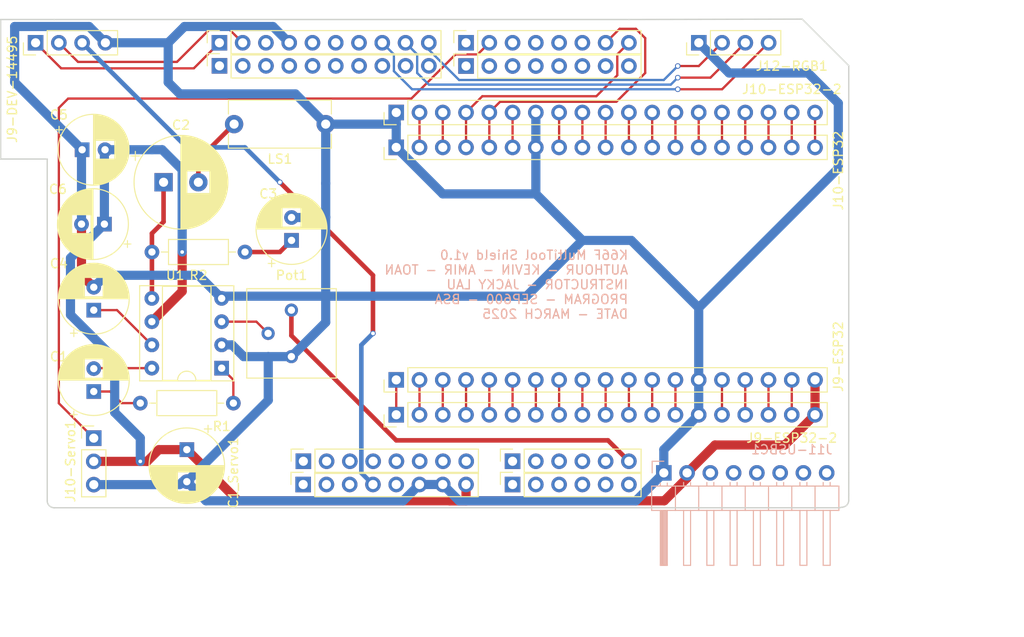
<source format=kicad_pcb>
(kicad_pcb (version 20240108) (generator "pcbnew") (generator_version "8.0")
  (title_block (date "mar. 31 mars 2015"))
  (layers (0 "F.Cu" signal) (31 "B.Cu" signal) (34 "B.Paste" user) (35 "F.Paste" user) (36 "B.SilkS" user "B.Silkscreen") (37 "F.SilkS" user "F.Silkscreen") (38 "B.Mask" user) (39 "F.Mask" user) (44 "Edge.Cuts" user))
  (net 0 "")
  (net 1 "GND")
  (net 3 "+5V")
  (net 4 "/IOREF")
  (net 5 "/A0")
  (net 6 "/A1")
  (net 7 "/A2")
  (net 8 "/A3")
  (net 9 "scl_p")
  (net 10 "sda_p")
  (net 11 "/13")
  (net 12 "/12")
  (net 13 "/AREF")
  (net 14 "/7")
  (net 15 "/*11")
  (net 16 "/4")
  (net 17 "/2")
  (net 18 "PTC2")
  (net 19 "/*5")
  (net 20 "UA1")
  (net 21 "/*3")
  (net 22 "UA0")
  (net 23 "+3V3")
  (net 24 "VCC")
  (net 25 "/~{RESET}")
  (net 56 "Net-(C1-Pad1)")
  (net 57 "Net-(C1-Pad2)")
  (net 58 "Net-(C2-Pad2)")
  (net 59 "Net-(C2-Pad1)")
  (net 60 "Net-(C3-Pad1)")
  (net 61 "Net-(U1-BYPASS)")
  (net 62 "Audio1")
  (net 63 "Net-(U1-+)")
  (net 64 "Net-(R1-Pad2)")
  (net 71 "Net-(J9-ESP32-2-Pin_13)")
  (net 72 "Net-(J9-ESP32-2-Pin_10)")
  (net 73 "Net-(J9-ESP32-2-Pin_2)")
  (net 74 "Net-(J9-ESP32-2-Pin_15)")
  (net 75 "Net-(J9-ESP32-2-Pin_9)")
  (net 76 "Net-(J9-ESP32-2-Pin_6)")
  (net 77 "Net-(J9-ESP32-2-Pin_1)")
  (net 78 "Net-(J9-ESP32-2-Pin_18)")
  (net 79 "Net-(J9-ESP32-2-Pin_16)")
  (net 80 "Net-(J9-ESP32-2-Pin_3)")
  (net 81 "Net-(J9-ESP32-2-Pin_12)")
  (net 82 "Net-(J9-ESP32-2-Pin_7)")
  (net 83 "Net-(J9-ESP32-2-Pin_11)")
  (net 84 "Net-(J9-ESP32-2-Pin_5)")
  (net 85 "Net-(J9-ESP32-2-Pin_8)")
  (net 86 "Net-(J9-ESP32-2-Pin_4)")
  (net 87 "Net-(J9-ESP32-2-Pin_17)")
  (net 88 "Net-(J10-ESP32-2-Pin_3)")
  (net 89 "Net-(J10-ESP32-2-Pin_19)")
  (net 90 "Net-(J10-ESP32-2-Pin_14)")
  (net 91 "Net-(J10-ESP32-2-Pin_8)")
  (net 92 "Net-(J10-ESP32-2-Pin_12)")
  (net 93 "Net-(J10-ESP32-2-Pin_13)")
  (net 94 "Net-(J10-ESP32-2-Pin_15)")
  (net 95 "Net-(J10-ESP32-2-Pin_11)")
  (net 96 "Net-(J10-ESP32-2-Pin_17)")
  (net 97 "Net-(J10-ESP32-2-Pin_10)")
  (net 98 "Net-(J10-ESP32-2-Pin_6)")
  (net 99 "Net-(J10-ESP32-2-Pin_2)")
  (net 100 "Net-(J10-ESP32-2-Pin_18)")
  (net 101 "Net-(J10-ESP32-2-Pin_9)")
  (net 102 "Net-(J10-ESP32-2-Pin_16)")
  (net 103 "blue")
  (net 104 "red")
  (net 105 "green")
  (footprint "Connector_PinSocket_2.54mm:PinSocket_1x08_P2.54mm_Vertical" (layer "F.Cu") (at 127.94 97.46 90)
    (property "Reference" "J1" (hide yes))
    (property "Value" "Power")
    (pad "1" thru_hole rect (at 0 0 90) (size 1.7 1.7) (drill 1) (layers "*.Cu" "*.Mask"))
    (pad "2" thru_hole oval (at 0 2.54 90) (size 1.7 1.7) (drill 1) (layers "*.Cu" "*.Mask") (net 4 "/IOREF"))
    (pad "3" thru_hole oval (at 0 5.08 90) (size 1.7 1.7) (drill 1) (layers "*.Cu" "*.Mask") (net 25 "/~{RESET}"))
    (pad "4" thru_hole oval (at 0 7.62 90) (size 1.7 1.7) (drill 1) (layers "*.Cu" "*.Mask") (net 23 "+3V3"))
    (pad "5" thru_hole oval (at 0 10.16 90) (size 1.7 1.7) (drill 1) (layers "*.Cu" "*.Mask") (net 3 "+5V"))
    (pad "6" thru_hole oval (at 0 12.7 90) (size 1.7 1.7) (drill 1) (layers "*.Cu" "*.Mask") (net 1 "GND"))
    (pad "7" thru_hole oval (at 0 15.24 90) (size 1.7 1.7) (drill 1) (layers "*.Cu" "*.Mask") (net 1 "GND"))
    (pad "8" thru_hole oval (at 0 17.78 90) (size 1.7 1.7) (drill 1) (layers "*.Cu" "*.Mask") (net 24 "VCC"))
  )
  (footprint "Connector_PinSocket_2.54mm:PinSocket_1x06_P2.54mm_Vertical" (layer "F.Cu") (at 150.8 97.46 90)
    (property "Reference" "J3" (hide yes))
    (property "Value" "Analog")
    (pad "1" thru_hole rect (at 0 0 90) (size 1.7 1.7) (drill 1) (layers "*.Cu" "*.Mask") (net 5 "/A0"))
    (pad "2" thru_hole oval (at 0 2.54 90) (size 1.7 1.7) (drill 1) (layers "*.Cu" "*.Mask") (net 6 "/A1"))
    (pad "3" thru_hole oval (at 0 5.08 90) (size 1.7 1.7) (drill 1) (layers "*.Cu" "*.Mask") (net 7 "/A2"))
    (pad "4" thru_hole oval (at 0 7.62 90) (size 1.7 1.7) (drill 1) (layers "*.Cu" "*.Mask") (net 8 "/A3"))
    (pad "5" thru_hole oval (at 0 10.16 90) (size 1.7 1.7) (drill 1) (layers "*.Cu" "*.Mask"))
    (pad "6" thru_hole oval (at 0 12.7 90) (size 1.7 1.7) (drill 1) (layers "*.Cu" "*.Mask"))
  )
  (footprint "Connector_PinSocket_2.54mm:PinSocket_1x10_P2.54mm_Vertical" (layer "F.Cu") (at 118.796 49.2 90)
    (property "Reference" "J2" (hide yes))
    (property "Value" "Digital/PWM")
    (pad "1" thru_hole rect (at 0 0 90) (size 1.7 1.7) (drill 1) (layers "*.Cu" "*.Mask") (net 9 "scl_p"))
    (pad "2" thru_hole oval (at 0 2.54 90) (size 1.7 1.7) (drill 1) (layers "*.Cu" "*.Mask") (net 10 "sda_p"))
    (pad "3" thru_hole oval (at 0 5.08 90) (size 1.7 1.7) (drill 1) (layers "*.Cu" "*.Mask") (net 13 "/AREF"))
    (pad "4" thru_hole oval (at 0 7.62 90) (size 1.7 1.7) (drill 1) (layers "*.Cu" "*.Mask") (net 1 "GND"))
    (pad "5" thru_hole oval (at 0 10.16 90) (size 1.7 1.7) (drill 1) (layers "*.Cu" "*.Mask") (net 11 "/13"))
    (pad "6" thru_hole oval (at 0 12.7 90) (size 1.7 1.7) (drill 1) (layers "*.Cu" "*.Mask") (net 12 "/12"))
    (pad "7" thru_hole oval (at 0 15.24 90) (size 1.7 1.7) (drill 1) (layers "*.Cu" "*.Mask") (net 15 "/*11"))
    (pad "8" thru_hole oval (at 0 17.78 90) (size 1.7 1.7) (drill 1) (layers "*.Cu" "*.Mask") (net 103 "blue"))
    (pad "9" thru_hole oval (at 0 20.32 90) (size 1.7 1.7) (drill 1) (layers "*.Cu" "*.Mask") (net 105 "green"))
    (pad "10" thru_hole oval (at 0 22.86 90) (size 1.7 1.7) (drill 1) (layers "*.Cu" "*.Mask") (net 104 "red"))
  )
  (footprint "Connector_PinSocket_2.54mm:PinSocket_1x08_P2.54mm_Vertical" (layer "F.Cu") (at 145.72 49.2 90)
    (property "Reference" "J4" (hide yes))
    (property "Value" "Digital/PWM")
    (pad "1" thru_hole rect (at 0 0 90) (size 1.7 1.7) (drill 1) (layers "*.Cu" "*.Mask") (net 14 "/7"))
    (pad "2" thru_hole oval (at 0 2.54 90) (size 1.7 1.7) (drill 1) (layers "*.Cu" "*.Mask") (net 18 "PTC2"))
    (pad "3" thru_hole oval (at 0 5.08 90) (size 1.7 1.7) (drill 1) (layers "*.Cu" "*.Mask") (net 19 "/*5"))
    (pad "4" thru_hole oval (at 0 7.62 90) (size 1.7 1.7) (drill 1) (layers "*.Cu" "*.Mask") (net 16 "/4"))
    (pad "5" thru_hole oval (at 0 10.16 90) (size 1.7 1.7) (drill 1) (layers "*.Cu" "*.Mask") (net 21 "/*3"))
    (pad "6" thru_hole oval (at 0 12.7 90) (size 1.7 1.7) (drill 1) (layers "*.Cu" "*.Mask") (net 17 "/2"))
    (pad "7" thru_hole oval (at 0 15.24 90) (size 1.7 1.7) (drill 1) (layers "*.Cu" "*.Mask") (net 20 "UA1"))
    (pad "8" thru_hole oval (at 0 17.78 90) (size 1.7 1.7) (drill 1) (layers "*.Cu" "*.Mask") (net 22 "UA0"))
  )
  (footprint "Potentiometer_THT:Potentiometer_Bourns_3386P_Vertical" (layer "F.Cu") (at 126.655 78.41 180)
    (property "Reference" "Pot1" (at -0.015 3.81 0) (layer "F.SilkS"))
    (property "Value" "10k" (hide yes))
    (pad "1" thru_hole circle (at 0 0 180) (size 1.44 1.44) (drill 0.8) (layers "*.Cu" "*.Mask") (net 62 "Audio1"))
    (pad "2" thru_hole circle (at 2.54 -2.54 180) (size 1.44 1.44) (drill 0.8) (layers "*.Cu" "*.Mask") (net 63 "Net-(U1-+)"))
    (pad "3" thru_hole circle (at 0 -5.08 180) (size 1.44 1.44) (drill 0.8) (layers "*.Cu" "*.Mask") (net 1 "GND"))
  )
  (footprint "Connector_PinHeader_2.54mm:PinHeader_1x19_P2.54mm_Vertical" (layer "F.Cu") (at 138.1 86.03 90)
    (property "Reference" "J9-ESP32" (at 2.54 48.26 90) (layer "F.SilkS"))
    (property "Value" "Conn_01x19" (hide yes))
    (pad "1" thru_hole rect (at 0 0 90) (size 1.7 1.7) (drill 1) (layers "*.Cu" "*.Mask") (net 77 "Net-(J9-ESP32-2-Pin_1)"))
    (pad "2" thru_hole oval (at 0 2.54 90) (size 1.7 1.7) (drill 1) (layers "*.Cu" "*.Mask") (net 73 "Net-(J9-ESP32-2-Pin_2)"))
    (pad "3" thru_hole oval (at 0 5.08 90) (size 1.7 1.7) (drill 1) (layers "*.Cu" "*.Mask") (net 80 "Net-(J9-ESP32-2-Pin_3)"))
    (pad "4" thru_hole oval (at 0 7.62 90) (size 1.7 1.7) (drill 1) (layers "*.Cu" "*.Mask") (net 86 "Net-(J9-ESP32-2-Pin_4)"))
    (pad "5" thru_hole oval (at 0 10.16 90) (size 1.7 1.7) (drill 1) (layers "*.Cu" "*.Mask") (net 84 "Net-(J9-ESP32-2-Pin_5)"))
    (pad "6" thru_hole oval (at 0 12.7 90) (size 1.7 1.7) (drill 1) (layers "*.Cu" "*.Mask") (net 76 "Net-(J9-ESP32-2-Pin_6)"))
    (pad "7" thru_hole oval (at 0 15.24 90) (size 1.7 1.7) (drill 1) (layers "*.Cu" "*.Mask") (net 82 "Net-(J9-ESP32-2-Pin_7)"))
    (pad "8" thru_hole oval (at 0 17.78 90) (size 1.7 1.7) (drill 1) (layers "*.Cu" "*.Mask") (net 85 "Net-(J9-ESP32-2-Pin_8)"))
    (pad "9" thru_hole oval (at 0 20.32 90) (size 1.7 1.7) (drill 1) (layers "*.Cu" "*.Mask") (net 75 "Net-(J9-ESP32-2-Pin_9)"))
    (pad "10" thru_hole oval (at 0 22.86 90) (size 1.7 1.7) (drill 1) (layers "*.Cu" "*.Mask") (net 72 "Net-(J9-ESP32-2-Pin_10)"))
    (pad "11" thru_hole oval (at 0 25.4 90) (size 1.7 1.7) (drill 1) (layers "*.Cu" "*.Mask") (net 83 "Net-(J9-ESP32-2-Pin_11)"))
    (pad "12" thru_hole oval (at 0 27.94 90) (size 1.7 1.7) (drill 1) (layers "*.Cu" "*.Mask") (net 81 "Net-(J9-ESP32-2-Pin_12)"))
    (pad "13" thru_hole oval (at 0 30.48 90) (size 1.7 1.7) (drill 1) (layers "*.Cu" "*.Mask") (net 71 "Net-(J9-ESP32-2-Pin_13)"))
    (pad "14" thru_hole oval (at 0 33.02 90) (size 1.7 1.7) (drill 1) (layers "*.Cu" "*.Mask") (net 1 "GND"))
    (pad "15" thru_hole oval (at 0 35.56 90) (size 1.7 1.7) (drill 1) (layers "*.Cu" "*.Mask") (net 74 "Net-(J9-ESP32-2-Pin_15)"))
    (pad "16" thru_hole oval (at 0 38.1 90) (size 1.7 1.7) (drill 1) (layers "*.Cu" "*.Mask") (net 79 "Net-(J9-ESP32-2-Pin_16)"))
    (pad "17" thru_hole oval (at 0 40.64 90) (size 1.7 1.7) (drill 1) (layers "*.Cu" "*.Mask") (net 87 "Net-(J9-ESP32-2-Pin_17)"))
    (pad "18" thru_hole oval (at 0 43.18 90) (size 1.7 1.7) (drill 1) (layers "*.Cu" "*.Mask") (net 78 "Net-(J9-ESP32-2-Pin_18)"))
    (pad "19" thru_hole oval (at 0 45.72 90) (size 1.7 1.7) (drill 1) (layers "*.Cu" "*.Mask") (net 24 "VCC"))
  )
  (footprint "Capacitor_THT:CP_Radial_D7.5mm_P2.50mm" (layer "F.Cu") (at 103.81 60.884)
    (property "Reference" "C5" (at -2.54 -3.81 0) (layer "F.SilkS"))
    (property "Value" "0.1uF")
    (pad "1" thru_hole rect (at 0 0) (size 1.6 1.6) (drill 0.8) (layers "*.Cu" "*.Mask") (net 1 "GND"))
    (pad "2" thru_hole circle (at 2.5 0) (size 1.6 1.6) (drill 0.8) (layers "*.Cu" "*.Mask") (net 24 "VCC"))
  )
  (footprint "Connector_PinHeader_2.54mm:PinHeader_1x19_P2.54mm_Vertical" (layer "F.Cu") (at 138.1 56.82 90)
    (property "Reference" "J10-ESP32-2" (at 2.54 43.18 180) (layer "F.SilkS"))
    (property "Value" "Conn_01x19")
    (pad "1" thru_hole rect (at 0 0 90) (size 1.7 1.7) (drill 1) (layers "*.Cu" "*.Mask") (net 1 "GND"))
    (pad "2" thru_hole oval (at 0 2.54 90) (size 1.7 1.7) (drill 1) (layers "*.Cu" "*.Mask") (net 99 "Net-(J10-ESP32-2-Pin_2)"))
    (pad "3" thru_hole oval (at 0 5.08 90) (size 1.7 1.7) (drill 1) (layers "*.Cu" "*.Mask") (net 88 "Net-(J10-ESP32-2-Pin_3)"))
    (pad "4" thru_hole oval (at 0 7.62 90) (size 1.7 1.7) (drill 1) (layers "*.Cu" "*.Mask") (net 22 "UA0"))
    (pad "5" thru_hole oval (at 0 10.16 90) (size 1.7 1.7) (drill 1) (layers "*.Cu" "*.Mask") (net 20 "UA1"))
    (pad "6" thru_hole oval (at 0 12.7 90) (size 1.7 1.7) (drill 1) (layers "*.Cu" "*.Mask") (net 98 "Net-(J10-ESP32-2-Pin_6)"))
    (pad "7" thru_hole oval (at 0 15.24 90) (size 1.7 1.7) (drill 1) (layers "*.Cu" "*.Mask") (net 1 "GND"))
    (pad "8" thru_hole oval (at 0 17.78 90) (size 1.7 1.7) (drill 1) (layers "*.Cu" "*.Mask") (net 91 "Net-(J10-ESP32-2-Pin_8)"))
    (pad "9" thru_hole oval (at 0 20.32 90) (size 1.7 1.7) (drill 1) (layers "*.Cu" "*.Mask") (net 101 "Net-(J10-ESP32-2-Pin_9)"))
    (pad "10" thru_hole oval (at 0 22.86 90) (size 1.7 1.7) (drill 1) (layers "*.Cu" "*.Mask") (net 97 "Net-(J10-ESP32-2-Pin_10)"))
    (pad "11" thru_hole oval (at 0 25.4 90) (size 1.7 1.7) (drill 1) (layers "*.Cu" "*.Mask") (net 95 "Net-(J10-ESP32-2-Pin_11)"))
    (pad "12" thru_hole oval (at 0 27.94 90) (size 1.7 1.7) (drill 1) (layers "*.Cu" "*.Mask") (net 92 "Net-(J10-ESP32-2-Pin_12)"))
    (pad "13" thru_hole oval (at 0 30.48 90) (size 1.7 1.7) (drill 1) (layers "*.Cu" "*.Mask") (net 93 "Net-(J10-ESP32-2-Pin_13)"))
    (pad "14" thru_hole oval (at 0 33.02 90) (size 1.7 1.7) (drill 1) (layers "*.Cu" "*.Mask") (net 90 "Net-(J10-ESP32-2-Pin_14)"))
    (pad "15" thru_hole oval (at 0 35.56 90) (size 1.7 1.7) (drill 1) (layers "*.Cu" "*.Mask") (net 94 "Net-(J10-ESP32-2-Pin_15)"))
    (pad "16" thru_hole oval (at 0 38.1 90) (size 1.7 1.7) (drill 1) (layers "*.Cu" "*.Mask") (net 102 "Net-(J10-ESP32-2-Pin_16)"))
    (pad "17" thru_hole oval (at 0 40.64 90) (size 1.7 1.7) (drill 1) (layers "*.Cu" "*.Mask") (net 96 "Net-(J10-ESP32-2-Pin_17)"))
    (pad "18" thru_hole oval (at 0 43.18 90) (size 1.7 1.7) (drill 1) (layers "*.Cu" "*.Mask") (net 100 "Net-(J10-ESP32-2-Pin_18)"))
    (pad "19" thru_hole oval (at 0 45.72 90) (size 1.7 1.7) (drill 1) (layers "*.Cu" "*.Mask") (net 89 "Net-(J10-ESP32-2-Pin_19)"))
  )
  (footprint "Capacitor_THT:CP_Radial_D7.5mm_P2.50mm" (layer "F.Cu") (at 126.67 70.79 90)
    (property "Reference" "C3" (at 5.08 -2.54 180) (layer "F.SilkS"))
    (property "Value" "0.05uF")
    (pad "1" thru_hole rect (at 0 0 90) (size 1.6 1.6) (drill 0.8) (layers "*.Cu" "*.Mask") (net 60 "Net-(C3-Pad1)"))
    (pad "2" thru_hole circle (at 2.5 0 90) (size 1.6 1.6) (drill 0.8) (layers "*.Cu" "*.Mask") (net 1 "GND"))
  )
  (footprint "Connector_PinHeader_2.54mm:PinHeader_1x03_P2.54mm_Vertical" (layer "F.Cu") (at 105.08 92.395)
    (property "Reference" "J10-Servo1" (at -2.54 2.525 90) (layer "F.SilkS"))
    (property "Value" "Conn_01x03" (hide yes))
    (pad "1" thru_hole rect (at 0 0) (size 1.7 1.7) (drill 1) (layers "*.Cu" "*.Mask") (net 18 "PTC2"))
    (pad "2" thru_hole oval (at 0 2.54) (size 1.7 1.7) (drill 1) (layers "*.Cu" "*.Mask") (net 24 "VCC"))
    (pad "3" thru_hole oval (at 0 5.08) (size 1.7 1.7) (drill 1) (layers "*.Cu" "*.Mask") (net 1 "GND"))
  )
  (footprint "Connector_PinHeader_2.54mm:PinHeader_1x04_P2.54mm_Vertical" (layer "F.Cu") (at 98.73 49.2 90)
    (property "Reference" "J9-DEV-14495" (at -5.08 -2.54 90) (layer "F.SilkS"))
    (property "Value" "Conn_01x04" (hide yes))
    (pad "1" thru_hole rect (at 0 0 90) (size 1.7 1.7) (drill 1) (layers "*.Cu" "*.Mask") (net 9 "scl_p"))
    (pad "2" thru_hole oval (at 0 2.54 90) (size 1.7 1.7) (drill 1) (layers "*.Cu" "*.Mask") (net 10 "sda_p"))
    (pad "3" thru_hole oval (at 0 5.08 90) (size 1.7 1.7) (drill 1) (layers "*.Cu" "*.Mask") (net 23 "+3V3"))
    (pad "4" thru_hole oval (at 0 7.62 90) (size 1.7 1.7) (drill 1) (layers "*.Cu" "*.Mask") (net 1 "GND"))
  )
  (footprint "Connector_PinHeader_2.54mm:PinHeader_1x19_P2.54mm_Vertical" (layer "F.Cu") (at 138.1 60.63 90)
    (property "Reference" "J10-ESP32" (at -2.54 48.26 90) (layer "F.SilkS"))
    (property "Value" "Conn_01x19" (hide yes))
    (pad "1" thru_hole rect (at 0 0 90) (size 1.7 1.7) (drill 1) (layers "*.Cu" "*.Mask") (net 1 "GND"))
    (pad "2" thru_hole oval (at 0 2.54 90) (size 1.7 1.7) (drill 1) (layers "*.Cu" "*.Mask") (net 99 "Net-(J10-ESP32-2-Pin_2)"))
    (pad "3" thru_hole oval (at 0 5.08 90) (size 1.7 1.7) (drill 1) (layers "*.Cu" "*.Mask") (net 88 "Net-(J10-ESP32-2-Pin_3)"))
    (pad "4" thru_hole oval (at 0 7.62 90) (size 1.7 1.7) (drill 1) (layers "*.Cu" "*.Mask") (net 22 "UA0"))
    (pad "5" thru_hole oval (at 0 10.16 90) (size 1.7 1.7) (drill 1) (layers "*.Cu" "*.Mask") (net 20 "UA1"))
    (pad "6" thru_hole oval (at 0 12.7 90) (size 1.7 1.7) (drill 1) (layers "*.Cu" "*.Mask") (net 98 "Net-(J10-ESP32-2-Pin_6)"))
    (pad "7" thru_hole oval (at 0 15.24 90) (size 1.7 1.7) (drill 1) (layers "*.Cu" "*.Mask") (net 1 "GND"))
    (pad "8" thru_hole oval (at 0 17.78 90) (size 1.7 1.7) (drill 1) (layers "*.Cu" "*.Mask") (net 91 "Net-(J10-ESP32-2-Pin_8)"))
    (pad "9" thru_hole oval (at 0 20.32 90) (size 1.7 1.7) (drill 1) (layers "*.Cu" "*.Mask") (net 101 "Net-(J10-ESP32-2-Pin_9)"))
    (pad "10" thru_hole oval (at 0 22.86 90) (size 1.7 1.7) (drill 1) (layers "*.Cu" "*.Mask") (net 97 "Net-(J10-ESP32-2-Pin_10)"))
    (pad "11" thru_hole oval (at 0 25.4 90) (size 1.7 1.7) (drill 1) (layers "*.Cu" "*.Mask") (net 95 "Net-(J10-ESP32-2-Pin_11)"))
    (pad "12" thru_hole oval (at 0 27.94 90) (size 1.7 1.7) (drill 1) (layers "*.Cu" "*.Mask") (net 92 "Net-(J10-ESP32-2-Pin_12)"))
    (pad "13" thru_hole oval (at 0 30.48 90) (size 1.7 1.7) (drill 1) (layers "*.Cu" "*.Mask") (net 93 "Net-(J10-ESP32-2-Pin_13)"))
    (pad "14" thru_hole oval (at 0 33.02 90) (size 1.7 1.7) (drill 1) (layers "*.Cu" "*.Mask") (net 90 "Net-(J10-ESP32-2-Pin_14)"))
    (pad "15" thru_hole oval (at 0 35.56 90) (size 1.7 1.7) (drill 1) (layers "*.Cu" "*.Mask") (net 94 "Net-(J10-ESP32-2-Pin_15)"))
    (pad "16" thru_hole oval (at 0 38.1 90) (size 1.7 1.7) (drill 1) (layers "*.Cu" "*.Mask") (net 102 "Net-(J10-ESP32-2-Pin_16)"))
    (pad "17" thru_hole oval (at 0 40.64 90) (size 1.7 1.7) (drill 1) (layers "*.Cu" "*.Mask") (net 96 "Net-(J10-ESP32-2-Pin_17)"))
    (pad "18" thru_hole oval (at 0 43.18 90) (size 1.7 1.7) (drill 1) (layers "*.Cu" "*.Mask") (net 100 "Net-(J10-ESP32-2-Pin_18)"))
    (pad "19" thru_hole oval (at 0 45.72 90) (size 1.7 1.7) (drill 1) (layers "*.Cu" "*.Mask") (net 89 "Net-(J10-ESP32-2-Pin_19)"))
  )
  (footprint "Capacitor_THT:CP_Radial_D7.5mm_P2.50mm" (layer "F.Cu") (at 106.241395 69.012 180)
    (property "Reference" "C6" (at 5.08 3.81 0) (layer "F.SilkS"))
    (property "Value" "100uF")
    (pad "1" thru_hole rect (at 0 0 180) (size 1.6 1.6) (drill 0.8) (layers "*.Cu" "*.Mask") (net 24 "VCC"))
    (pad "2" thru_hole circle (at 2.5 0 180) (size 1.6 1.6) (drill 0.8) (layers "*.Cu" "*.Mask") (net 1 "GND"))
  )
  (footprint "Connector_PinHeader_2.54mm:PinHeader_1x04_P2.54mm_Vertical" (layer "F.Cu") (at 171.13 49.2 90)
    (property "Reference" "J12-RGB1" (at -2.54 10.15 180) (layer "F.SilkS"))
    (property "Value" "Conn_01x04")
    (pad "1" thru_hole rect (at 0 0 90) (size 1.7 1.7) (drill 1) (layers "*.Cu" "*.Mask") (net 1 "GND"))
    (pad "2" thru_hole oval (at 0 2.54 90) (size 1.7 1.7) (drill 1) (layers "*.Cu" "*.Mask") (net 104 "red"))
    (pad "3" thru_hole oval (at 0 5.08 90) (size 1.7 1.7) (drill 1) (layers "*.Cu" "*.Mask") (net 105 "green"))
    (pad "4" thru_hole oval (at 0 7.62 90) (size 1.7 1.7) (drill 1) (layers "*.Cu" "*.Mask") (net 103 "blue"))
  )
  (footprint "Resistor_THT:R_Axial_DIN0207_L6.3mm_D2.5mm_P10.16mm_Horizontal" (layer "F.Cu") (at 110.16 88.57)
    (property "Reference" "R1" (at 8.89 2.54 0) (layer "F.SilkS"))
    (property "Value" "1.2k")
    (pad "1" thru_hole circle (at 0 0) (size 1.6 1.6) (drill 0.8) (layers "*.Cu" "*.Mask") (net 56 "Net-(C1-Pad1)"))
    (pad "2" thru_hole oval (at 10.16 0) (size 1.6 1.6) (drill 0.8) (layers "*.Cu" "*.Mask") (net 64 "Net-(R1-Pad2)"))
  )
  (footprint "Connector_PinSocket_2.54mm:PinSocket_1x08_P2.54mm_Vertical" (layer "F.Cu") (at 145.72 51.74 90)
    (property "Reference" "J8" (hide yes))
    (property "Value" "Digital/PWM" (hide yes))
    (pad "1" thru_hole rect (at 0 0 90) (size 1.7 1.7) (drill 1) (layers "*.Cu" "*.Mask"))
    (pad "2" thru_hole oval (at 0 2.54 90) (size 1.7 1.7) (drill 1) (layers "*.Cu" "*.Mask"))
    (pad "3" thru_hole oval (at 0 5.08 90) (size 1.7 1.7) (drill 1) (layers "*.Cu" "*.Mask"))
    (pad "4" thru_hole oval (at 0 7.62 90) (size 1.7 1.7) (drill 1) (layers "*.Cu" "*.Mask"))
    (pad "5" thru_hole oval (at 0 10.16 90) (size 1.7 1.7) (drill 1) (layers "*.Cu" "*.Mask"))
    (pad "6" thru_hole oval (at 0 12.7 90) (size 1.7 1.7) (drill 1) (layers "*.Cu" "*.Mask"))
    (pad "7" thru_hole oval (at 0 15.24 90) (size 1.7 1.7) (drill 1) (layers "*.Cu" "*.Mask"))
    (pad "8" thru_hole oval (at 0 17.78 90) (size 1.7 1.7) (drill 1) (layers "*.Cu" "*.Mask"))
  )
  (footprint "Capacitor_THT:CP_Radial_D7.5mm_P2.50mm" (layer "F.Cu") (at 105.08 78.41 90)
    (property "Reference" "C4" (at 5.08 -3.81 180) (layer "F.SilkS"))
    (property "Value" "10uF")
    (pad "1" thru_hole rect (at 0 0 90) (size 1.6 1.6) (drill 0.8) (layers "*.Cu" "*.Mask") (net 61 "Net-(U1-BYPASS)"))
    (pad "2" thru_hole circle (at 2.5 0 90) (size 1.6 1.6) (drill 0.8) (layers "*.Cu" "*.Mask") (net 1 "GND"))
  )
  (footprint "Connector_PinHeader_2.54mm:PinHeader_1x19_P2.54mm_Vertical" (layer "F.Cu") (at 138.1 89.84 90)
    (property "Reference" "J9-ESP32-2" (at -2.54 43.18 180) (layer "F.SilkS"))
    (property "Value" "Conn_01x19")
    (pad "1" thru_hole rect (at 0 0 90) (size 1.7 1.7) (drill 1) (layers "*.Cu" "*.Mask") (net 77 "Net-(J9-ESP32-2-Pin_1)"))
    (pad "2" thru_hole oval (at 0 2.54 90) (size 1.7 1.7) (drill 1) (layers "*.Cu" "*.Mask") (net 73 "Net-(J9-ESP32-2-Pin_2)"))
    (pad "3" thru_hole oval (at 0 5.08 90) (size 1.7 1.7) (drill 1) (layers "*.Cu" "*.Mask") (net 80 "Net-(J9-ESP32-2-Pin_3)"))
    (pad "4" thru_hole oval (at 0 7.62 90) (size 1.7 1.7) (drill 1) (layers "*.Cu" "*.Mask") (net 86 "Net-(J9-ESP32-2-Pin_4)"))
    (pad "5" thru_hole oval (at 0 10.16 90) (size 1.7 1.7) (drill 1) (layers "*.Cu" "*.Mask") (net 84 "Net-(J9-ESP32-2-Pin_5)"))
    (pad "6" thru_hole oval (at 0 12.7 90) (size 1.7 1.7) (drill 1) (layers "*.Cu" "*.Mask") (net 76 "Net-(J9-ESP32-2-Pin_6)"))
    (pad "7" thru_hole oval (at 0 15.24 90) (size 1.7 1.7) (drill 1) (layers "*.Cu" "*.Mask") (net 82 "Net-(J9-ESP32-2-Pin_7)"))
    (pad "8" thru_hole oval (at 0 17.78 90) (size 1.7 1.7) (drill 1) (layers "*.Cu" "*.Mask") (net 85 "Net-(J9-ESP32-2-Pin_8)"))
    (pad "9" thru_hole oval (at 0 20.32 90) (size 1.7 1.7) (drill 1) (layers "*.Cu" "*.Mask") (net 75 "Net-(J9-ESP32-2-Pin_9)"))
    (pad "10" thru_hole oval (at 0 22.86 90) (size 1.7 1.7) (drill 1) (layers "*.Cu" "*.Mask") (net 72 "Net-(J9-ESP32-2-Pin_10)"))
    (pad "11" thru_hole oval (at 0 25.4 90) (size 1.7 1.7) (drill 1) (layers "*.Cu" "*.Mask") (net 83 "Net-(J9-ESP32-2-Pin_11)"))
    (pad "12" thru_hole oval (at 0 27.94 90) (size 1.7 1.7) (drill 1) (layers "*.Cu" "*.Mask") (net 81 "Net-(J9-ESP32-2-Pin_12)"))
    (pad "13" thru_hole oval (at 0 30.48 90) (size 1.7 1.7) (drill 1) (layers "*.Cu" "*.Mask") (net 71 "Net-(J9-ESP32-2-Pin_13)"))
    (pad "14" thru_hole oval (at 0 33.02 90) (size 1.7 1.7) (drill 1) (layers "*.Cu" "*.Mask") (net 1 "GND"))
    (pad "15" thru_hole oval (at 0 35.56 90) (size 1.7 1.7) (drill 1) (layers "*.Cu" "*.Mask") (net 74 "Net-(J9-ESP32-2-Pin_15)"))
    (pad "16" thru_hole oval (at 0 38.1 90) (size 1.7 1.7) (drill 1) (layers "*.Cu" "*.Mask") (net 79 "Net-(J9-ESP32-2-Pin_16)"))
    (pad "17" thru_hole oval (at 0 40.64 90) (size 1.7 1.7) (drill 1) (layers "*.Cu" "*.Mask") (net 87 "Net-(J9-ESP32-2-Pin_17)"))
    (pad "18" thru_hole oval (at 0 43.18 90) (size 1.7 1.7) (drill 1) (layers "*.Cu" "*.Mask") (net 78 "Net-(J9-ESP32-2-Pin_18)"))
    (pad "19" thru_hole oval (at 0 45.72 90) (size 1.7 1.7) (drill 1) (layers "*.Cu" "*.Mask") (net 24 "VCC"))
  )
  (footprint "Capacitor_THT:C_Disc_D11.0mm_W5.0mm_P10.00mm" (layer "F.Cu") (at 120.4 58.09)
    (property "Reference" "LS1" (at 5 3.81 0) (layer "F.SilkS"))
    (property "Value" "Speaker")
    (pad "1" thru_hole circle (at 0 0) (size 2 2) (drill 1) (layers "*.Cu" "*.Mask") (net 58 "Net-(C2-Pad2)"))
    (pad "2" thru_hole circle (at 10 0) (size 2 2) (drill 1) (layers "*.Cu" "*.Mask") (net 1 "GND"))
  )
  (footprint "Connector_PinSocket_2.54mm:PinSocket_1x10_P2.54mm_Vertical" (layer "F.Cu") (at 118.803562 51.722042 90)
    (property "Reference" "J6" (hide yes))
    (property "Value" "Digital/PWM" (hide yes))
    (pad "1" thru_hole rect (at 0 0 90) (size 1.7 1.7) (drill 1) (layers "*.Cu" "*.Mask"))
    (pad "2" thru_hole oval (at 0 2.54 90) (size 1.7 1.7) (drill 1) (layers "*.Cu" "*.Mask"))
    (pad "3" thru_hole oval (at 0 5.08 90) (size 1.7 1.7) (drill 1) (layers "*.Cu" "*.Mask"))
    (pad "4" thru_hole oval (at 0 7.62 90) (size 1.7 1.7) (drill 1) (layers "*.Cu" "*.Mask"))
    (pad "5" thru_hole oval (at 0 10.16 90) (size 1.7 1.7) (drill 1) (layers "*.Cu" "*.Mask"))
    (pad "6" thru_hole oval (at 0 12.7 90) (size 1.7 1.7) (drill 1) (layers "*.Cu" "*.Mask"))
    (pad "7" thru_hole oval (at 0 15.24 90) (size 1.7 1.7) (drill 1) (layers "*.Cu" "*.Mask"))
    (pad "8" thru_hole oval (at 0 17.78 90) (size 1.7 1.7) (drill 1) (layers "*.Cu" "*.Mask"))
    (pad "9" thru_hole oval (at 0 20.32 90) (size 1.7 1.7) (drill 1) (layers "*.Cu" "*.Mask"))
    (pad "10" thru_hole oval (at 0 22.86 90) (size 1.7 1.7) (drill 1) (layers "*.Cu" "*.Mask"))
  )
  (footprint "Resistor_THT:R_Axial_DIN0207_L6.3mm_D2.5mm_P10.16mm_Horizontal" (layer "F.Cu") (at 111.43 72.06)
    (property "Reference" "R2" (at 5.08 2.54 0) (layer "F.SilkS"))
    (property "Value" "10")
    (pad "1" thru_hole circle (at 0 0) (size 1.6 1.6) (drill 0.8) (layers "*.Cu" "*.Mask") (net 59 "Net-(C2-Pad1)"))
    (pad "2" thru_hole oval (at 10.16 0) (size 1.6 1.6) (drill 0.8) (layers "*.Cu" "*.Mask") (net 60 "Net-(C3-Pad1)"))
  )
  (footprint "Capacitor_THT:CP_Radial_D10.0mm_P3.80mm" (layer "F.Cu") (at 112.7 64.44)
    (property "Reference" "C2" (at 1.9 -6.25 0) (layer "F.SilkS"))
    (property "Value" "470uF")
    (pad "1" thru_hole rect (at 0 0) (size 2 2) (drill 1) (layers "*.Cu" "*.Mask") (net 59 "Net-(C2-Pad1)"))
    (pad "2" thru_hole circle (at 3.8 0) (size 2 2) (drill 1) (layers "*.Cu" "*.Mask") (net 58 "Net-(C2-Pad2)"))
  )
  (footprint "Package_DIP:DIP-8_W7.62mm_Socket" (layer "F.Cu") (at 119.04 84.75 180)
    (property "Reference" "U1" (at 5.07 10.15 0) (layer "F.SilkS"))
    (property "Value" "LM386")
    (pad "1" thru_hole rect (at 0 0 180) (size 1.6 1.6) (drill 0.8) (layers "*.Cu" "*.Mask") (net 64 "Net-(R1-Pad2)"))
    (pad "2" thru_hole oval (at 0 2.54 180) (size 1.6 1.6) (drill 0.8) (layers "*.Cu" "*.Mask") (net 1 "GND"))
    (pad "3" thru_hole oval (at 0 5.08 180) (size 1.6 1.6) (drill 0.8) (layers "*.Cu" "*.Mask") (net 63 "Net-(U1-+)"))
    (pad "4" thru_hole oval (at 0 7.62 180) (size 1.6 1.6) (drill 0.8) (layers "*.Cu" "*.Mask") (net 1 "GND"))
    (pad "5" thru_hole oval (at 7.62 7.62 180) (size 1.6 1.6) (drill 0.8) (layers "*.Cu" "*.Mask") (net 59 "Net-(C2-Pad1)"))
    (pad "6" thru_hole oval (at 7.62 5.08 180) (size 1.6 1.6) (drill 0.8) (layers "*.Cu" "*.Mask") (net 24 "VCC"))
    (pad "7" thru_hole oval (at 7.62 2.54 180) (size 1.6 1.6) (drill 0.8) (layers "*.Cu" "*.Mask") (net 61 "Net-(U1-BYPASS)"))
    (pad "8" thru_hole oval (at 7.62 0 180) (size 1.6 1.6) (drill 0.8) (layers "*.Cu" "*.Mask") (net 57 "Net-(C1-Pad2)"))
  )
  (footprint "Connector_PinSocket_2.54mm:PinSocket_1x08_P2.54mm_Vertical" (layer "F.Cu") (at 127.96 94.92 90)
    (property "Reference" "J5" (hide yes))
    (property "Value" "Power")
    (pad "1" thru_hole rect (at 0 0 90) (size 1.7 1.7) (drill 1) (layers "*.Cu" "*.Mask"))
    (pad "2" thru_hole oval (at 0 2.54 90) (size 1.7 1.7) (drill 1) (layers "*.Cu" "*.Mask"))
    (pad "3" thru_hole oval (at 0 5.08 90) (size 1.7 1.7) (drill 1) (layers "*.Cu" "*.Mask"))
    (pad "4" thru_hole oval (at 0 7.62 90) (size 1.7 1.7) (drill 1) (layers "*.Cu" "*.Mask"))
    (pad "5" thru_hole oval (at 0 10.16 90) (size 1.7 1.7) (drill 1) (layers "*.Cu" "*.Mask"))
    (pad "6" thru_hole oval (at 0 12.7 90) (size 1.7 1.7) (drill 1) (layers "*.Cu" "*.Mask"))
    (pad "7" thru_hole oval (at 0 15.24 90) (size 1.7 1.7) (drill 1) (layers "*.Cu" "*.Mask"))
    (pad "8" thru_hole oval (at 0 17.78 90) (size 1.7 1.7) (drill 1) (layers "*.Cu" "*.Mask"))
  )
  (footprint "Connector_PinSocket_2.54mm:PinSocket_1x06_P2.54mm_Vertical" (layer "F.Cu") (at 150.8 94.92 90)
    (property "Reference" "J7" (hide yes))
    (property "Value" "Analog")
    (pad "1" thru_hole rect (at 0 0 90) (size 1.7 1.7) (drill 1) (layers "*.Cu" "*.Mask"))
    (pad "2" thru_hole oval (at 0 2.54 90) (size 1.7 1.7) (drill 1) (layers "*.Cu" "*.Mask"))
    (pad "3" thru_hole oval (at 0 5.08 90) (size 1.7 1.7) (drill 1) (layers "*.Cu" "*.Mask"))
    (pad "4" thru_hole oval (at 0 7.62 90) (size 1.7 1.7) (drill 1) (layers "*.Cu" "*.Mask"))
    (pad "5" thru_hole oval (at 0 10.16 90) (size 1.7 1.7) (drill 1) (layers "*.Cu" "*.Mask"))
    (pad "6" thru_hole oval (at 0 12.7 90) (size 1.7 1.7) (drill 1) (layers "*.Cu" "*.Mask") (net 62 "Audio1"))
  )
  (footprint "Capacitor_THT:CP_Radial_D7.5mm_P2.50mm" (layer "F.Cu") (at 105.08 87.3 90)
    (property "Reference" "C1" (at 3.81 -3.81 0) (layer "F.SilkS"))
    (property "Value" "10uF")
    (pad "1" thru_hole rect (at 0 0 90) (size 1.6 1.6) (drill 0.8) (layers "*.Cu" "*.Mask") (net 56 "Net-(C1-Pad1)"))
    (pad "2" thru_hole circle (at 2.5 0 90) (size 1.6 1.6) (drill 0.8) (layers "*.Cu" "*.Mask") (net 57 "Net-(C1-Pad2)"))
  )
  (footprint "Capacitor_THT:CP_Radial_D8.0mm_P3.50mm" (layer "F.Cu") (at 115.24 93.65 -90)
    (property "Reference" "C1_Servo1" (at 2.54 -5.08 90) (layer "F.SilkS"))
    (property "Value" "C_Polarized_US" (hide yes))
    (pad "1" thru_hole rect (at 0 0 270) (size 1.6 1.6) (drill 0.8) (layers "*.Cu" "*.Mask") (net 24 "VCC"))
    (pad "2" thru_hole circle (at 3.5 0 270) (size 1.6 1.6) (drill 0.8) (layers "*.Cu" "*.Mask") (net 1 "GND"))
  )
  (footprint "Connector_PinHeader_2.54mm:PinHeader_1x08_P2.54mm_Horizontal" (layer "B.Cu") (at 167.31 96.19 -90)
    (property "Reference" "J11-USBC1" (at -2.54 -13.97 0) (layer "B.SilkS") (effects (justify mirror)))
    (property "Value" "Conn_01x08")
    (pad "1" thru_hole rect (at 0 0 270) (size 1.7 1.7) (drill 1) (layers "*.Cu" "*.Mask") (net 1 "GND"))
    (pad "2" thru_hole oval (at 0 -2.54 270) (size 1.7 1.7) (drill 1) (layers "*.Cu" "*.Mask") (net 24 "VCC"))
    (pad "3" thru_hole oval (at 0 -5.08 270) (size 1.7 1.7) (drill 1) (layers "*.Cu" "*.Mask"))
    (pad "4" thru_hole oval (at 0 -7.62 270) (size 1.7 1.7) (drill 1) (layers "*.Cu" "*.Mask"))
    (pad "5" thru_hole oval (at 0 -10.16 270) (size 1.7 1.7) (drill 1) (layers "*.Cu" "*.Mask"))
    (pad "6" thru_hole oval (at 0 -12.7 270) (size 1.7 1.7) (drill 1) (layers "*.Cu" "*.Mask"))
    (pad "7" thru_hole oval (at 0 -15.24 270) (size 1.7 1.7) (drill 1) (layers "*.Cu" "*.Mask"))
    (pad "8" thru_hole oval (at 0 -17.78 270) (size 1.7 1.7) (drill 1) (layers "*.Cu" "*.Mask"))
  )
  (gr_line (start 100 61.9) (end 100 99.238) (stroke (width 0.15)) (layer "Edge.Cuts"))
  (gr_line (start 187.5 61.855) (end 187.5 96.145) (stroke (width 0.15)) (layer "Edge.Cuts"))
  (gr_line (start 165.278 100) (end 100.762 100) (stroke (width 0.15)) (layer "Edge.Cuts"))
  (gr_line (start 186.536855 99.987938) (end 186.734855 99.942938) (stroke (width 0.15)) (layer "Edge.Cuts"))
  (gr_line (start 187.5 96.145) (end 187.499452 98.492461) (stroke (width 0.15)) (layer "Edge.Cuts"))
  (gr_line (start 186.36 100) (end 186.536855 99.987938) (stroke (width 0.15)) (layer "Edge.Cuts"))
  (gr_line (start 100.762 46.66) (end 163.5 46.66) (stroke (width 0.15)) (layer "Edge.Cuts"))
  (gr_line (start 100.762 46.66) (end 94.92 46.66) (stroke (width 0.15)) (layer "Edge.Cuts"))
  (gr_arc (start 100.762 100) (mid 100.223185 99.776815) (end 100 99.238) (stroke (width 0.15)) (layer "Edge.Cuts"))
  (gr_line (start 165.278 100) (end 184 100) (stroke (width 0.15)) (layer "Edge.Cuts"))
  (gr_line (start 187.496855 98.672938) (end 187.499452 98.492461) (stroke (width 0.15)) (layer "Edge.Cuts"))
  (gr_line (start 163.5 46.66) (end 182.42 46.615) (stroke (width 0.15)) (layer "Edge.Cuts"))
  (gr_line (start 94.92 46.66) (end 94.92 61.9) (stroke (width 0.15)) (layer "Edge.Cuts"))
  (gr_line (start 182.42 46.615) (end 184.96 49.155) (stroke (width 0.15)) (layer "Edge.Cuts"))
  (gr_line (start 94.92 61.9) (end 100 61.9) (stroke (width 0.15)) (layer "Edge.Cuts"))
  (gr_line (start 184 100) (end 186.36 100) (stroke (width 0.15)) (layer "Edge.Cuts"))
  (gr_line (start 184.96 49.155) (end 187.5 51.695) (stroke (width 0.15)) (layer "Edge.Cuts"))
  (gr_arc (start 187.496855 99.180938) (mid 187.27367 99.719753) (end 186.734855 99.942938) (stroke (width 0.15)) (layer "Edge.Cuts"))
  (gr_line (start 187.5 51.695) (end 187.5 61.855) (stroke (width 0.15)) (layer "Edge.Cuts"))
  (gr_line (start 187.496855 98.672938) (end 187.496855 99.180938) (stroke (width 0.15)) (layer "Edge.Cuts"))
  (gr_text "K66F MultiTool Shield v1.0\nAUTHOUR - KEVIN - AMIR - TOAN\nINSTRUCTOR - JACKY LAU\nPROGRAM - SEP600 - BSA\nDATE - MARCH 2025" (at 163.5 79.426 0) (layer "B.SilkS") (effects (font (size 1 1)) (justify left bottom mirror)))
  (segment (start 105.08 75.91) (end 103.741395 74.571395) (width 1) (layer "F.Cu") (net 1))
  (segment (start 103.741395 60.952605) (end 103.81 60.884) (width 0.25) (layer "F.Cu") (net 1))
  (segment (start 103.741395 74.571395) (end 103.741395 69.012) (width 1) (layer "F.Cu") (net 1))
  (segment (start 104.572 47.422) (end 96.444 47.422) (width 1) (layer "B.Cu") (net 1))
  (segment (start 144.958 99.238) (end 164.262 99.238) (width 1) (layer "B.Cu") (net 1))
  (segment (start 167.31 93.65) (end 171.12 89.84) (width 1) (layer "B.Cu") (net 1))
  (segment (start 114.986 47.422) (end 124.638 47.422) (width 1) (layer "B.Cu") (net 1))
  (segment (start 96.444 47.422) (end 96.444 53.518) (width 1) (layer "B.Cu") (net 1))
  (segment (start 113.208 53.518) (end 113.208 49.2) (width 1) (layer "B.Cu") (net 1))
  (segment (start 167.564 74.6) (end 163.754 70.79) (width 1) (layer "B.Cu") (net 1))
  (segment (start 124.13 83.49) (end 124.13 88.26) (width 1) (layer "B.Cu") (net 1))
  (segment (start 183.058 52.502) (end 186.36 55.804) (width 1) (layer "B.Cu") (net 1))
  (segment (start 174.432 52.502) (end 183.058 52.502) (width 1) (layer "B.Cu") (net 1))
  (segment (start 143.18 65.71) (end 138.1 60.63) (width 1) (layer "B.Cu") (net 1))
  (segment (start 114.478 54.788) (end 113.208 53.518) (width 1) (layer "B.Cu") (net 1))
  (segment (start 130.4 64.56) (end 130.4 68.25) (width 1) (layer "B.Cu") (net 1))
  (segment (start 115.24 97.15) (end 117.328 99.238) (width 1) (layer "B.Cu") (net 1))
  (segment (start 186.36 62.916) (end 171.12 78.156) (width 1) (layer "B.Cu") (net 1))
  (segment (start 138.1 58.09) (end 138.1 60.63) (width 1) (layer "B.Cu") (net 1))
  (segment (start 153.34 60.63) (end 153.34 56.82) (width 1) (layer "B.Cu") (net 1))
  (segment (start 119.284 76.886) (end 119.04 77.13) (width 1) (layer "B.Cu") (net 1))
  (segment (start 120.17137 82.21) (end 119.04 82.21) (width 1) (layer "B.Cu") (net 1))
  (segment (start 158.42 70.79) (end 153.34 65.71) (width 1) (layer "B.Cu") (net 1))
  (segment (start 121.45137 83.49) (end 120.17137 82.21) (width 1) (layer "B.Cu") (net 1))
  (segment (start 138.862 99.238) (end 140.64 97.46) (width 1) (layer "B.Cu") (net 1))
  (segment (start 113.208 49.2) (end 114.986 47.422) (width 1) (layer "B.Cu") (net 1))
  (segment (start 130.4 76.886) (end 152.324 76.886) (width 1) (layer "B.Cu") (net 1))
  (segment (start 167.31 96.19) (end 167.31 93.65) (width 1) (layer "B.Cu") (net 1))
  (segment (start 130.4 58.09) (end 130.4 64.56) (width 1) (layer "B.Cu") (net 1))
  (segment (start 116.51 74.6) (end 106.39 74.6) (width 1) (layer "B.Cu") (net 1))
  (segment (start 124.638 47.422) (end 126.416 49.2) (width 1) (layer "B.Cu") (net 1))
  (segment (start 119.04 77.13) (end 116.51 74.6) (width 1) (layer "B.Cu") (net 1))
  (segment (start 113.208 49.2) (end 106.35 49.2) (width 1) (layer "B.Cu") (net 1))
  (segment (start 153.34 65.71) (end 153.34 60.63) (width 1) (layer "B.Cu") (net 1))
  (segment (start 127.098 54.788) (end 114.478 54.788) (width 1) (layer "B.Cu") (net 1))
  (segment (start 117.328 99.238) (end 138.862 99.238) (width 1) (layer "B.Cu") (net 1))
  (segment (start 171.12 89.84) (end 171.12 86.03) (width 1) (layer "B.Cu") (net 1))
  (segment (start 186.36 55.804) (end 186.36 62.916) (width 1) (layer "B.Cu") (net 1))
  (segment (start 130.4 58.09) (end 127.098 54.788) (width 1) (layer "B.Cu") (net 1))
  (segment (start 103.741395 69.012) (end 103.741395 60.952605) (width 1) (layer "B.Cu") (net 1))
  (segment (start 171.13 49.2) (end 174.432 52.502) (width 1) (layer "B.Cu") (net 1))
  (segment (start 124.13 83.49) (end 121.45137 83.49) (width 1) (layer "B.Cu") (net 1))
  (segment (start 106.39 74.6) (end 105.08 75.91) (width 1) (layer "B.Cu") (net 1))
  (segment (start 130.4 68.25) (end 130.36 68.29) (width 1) (layer "B.Cu") (net 1))
  (segment (start 138.1 56.82) (end 138.1 58.09) (width 1) (layer "B.Cu") (net 1))
  (segment (start 114.463 97.475) (end 105.08 97.475) (width 1) (layer "B.Cu") (net 1))
  (segment (start 130.36 68.29) (end 126.67 68.29) (width 1) (layer "B.Cu") (net 1))
  (segment (start 130.4 76.886) (end 119.284 76.886) (width 1) (layer "B.Cu") (net 1))
  (segment (start 138.1 58.09) (end 130.4 58.09) (width 1) (layer "B.Cu") (net 1))
  (segment (start 153.34 65.71) (end 143.18 65.71) (width 1) (layer "B.Cu") (net 1))
  (segment (start 130.4 76.886) (end 130.4 79.745) (width 1) (layer "B.Cu") (net 1))
  (segment (start 126.655 83.49) (end 124.13 83.49) (width 1) (layer "B.Cu") (net 1))
  (segment (start 130.4 79.745) (end 126.655 83.49) (width 1) (layer "B.Cu") (net 1))
  (segment (start 143.18 97.46) (end 144.958 99.238) (width 1) (layer "B.Cu") (net 1))
  (segment (start 171.12 78.156) (end 167.564 74.6) (width 1) (layer "B.Cu") (net 1))
  (segment (start 140.64 97.46) (end 143.18 97.46) (width 1) (layer "B.Cu") (net 1))
  (segment (start 171.12 86.03) (end 171.12 78.156) (width 1) (layer "B.Cu") (net 1))
  (segment (start 96.444 53.518) (end 103.81 60.884) (width 1) (layer "B.Cu") (net 1))
  (segment (start 163.754 70.79) (end 158.42 70.79) (width 1) (layer "B.Cu") (net 1))
  (segment (start 115.24 97.15) (end 114.788 97.15) (width 1) (layer "B.Cu") (net 1))
  (segment (start 103.741395 60.952605) (end 103.81 60.884) (width 1) (layer "B.Cu") (net 1))
  (segment (start 114.788 97.15) (end 114.463 97.475) (width 1) (layer "B.Cu") (net 1))
  (segment (start 130.4 68.25) (end 130.4 76.886) (width 1) (layer "B.Cu") (net 1))
  (segment (start 124.13 88.26) (end 115.24 97.15) (width 1) (layer "B.Cu") (net 1))
  (segment (start 164.262 99.238) (end 167.31 96.19) (width 1) (layer "B.Cu") (net 1))
  (segment (start 152.324 76.886) (end 158.42 70.79) (width 1) (layer "B.Cu") (net 1))
  (segment (start 106.35 49.2) (end 104.572 47.422) (width 1) (layer "B.Cu") (net 1))
  (segment (start 101.524 51.994) (end 98.73 49.2) (width 0.25) (layer "F.Cu") (net 9))
  (segment (start 118.796 49.2) (end 116.002 51.994) (width 0.25) (layer "F.Cu") (net 9))
  (segment (start 116.002 51.994) (end 101.524 51.994) (width 0.25) (layer "F.Cu") (net 9))
  (segment (start 114.166 51.29) (end 103.36 51.29) (width 0.25) (layer "F.Cu") (net 10))
  (segment (start 117.78 47.676) (end 114.166 51.29) (width 0.25) (layer "F.Cu") (net 10))
  (segment (start 103.36 51.29) (end 101.27 49.2) (width 0.25) (layer "F.Cu") (net 10))
  (segment (start 121.336 49.2) (end 119.812 47.676) (width 0.25) (layer "F.Cu") (net 10))
  (segment (start 119.812 47.676) (end 117.78 47.676) (width 0.25) (layer "F.Cu") (net 10))
  (segment (start 101.27 88.585) (end 105.08 92.395) (width 0.25) (layer "F.Cu") (net 18))
  (segment (start 146.99 50.47) (end 144.577305 50.47) (width 0.25) (layer "F.Cu") (net 18))
  (segment (start 101.27 56.312) (end 101.27 88.585) (width 0.25) (layer "F.Cu") (net 18))
  (segment (start 144.577305 50.47) (end 139.751305 55.296) (width 0.25) (layer "F.Cu") (net 18))
  (segment (start 148.26 49.2) (end 146.99 50.47) (width 0.25) (layer "F.Cu") (net 18))
  (segment (start 139.751305 55.296) (end 102.286 55.296) (width 0.25) (layer "F.Cu") (net 18))
  (segment (start 102.286 55.296) (end 101.27 56.312) (width 0.25) (layer "F.Cu") (net 18))
  (segment (start 162.135 55.645) (end 149.435 55.645) (width 0.25) (layer "F.Cu") (net 20))
  (segment (start 160.96 49.2) (end 162.484 47.676) (width 0.25) (layer "F.Cu") (net 20))
  (segment (start 165.278 52.502) (end 162.135 55.645) (width 0.25) (layer "F.Cu") (net 20))
  (segment (start 149.435 55.645) (end 148.26 56.82) (width 0.25) (layer "F.Cu") (net 20))
  (segment (start 162.484 47.676) (end 164.262 47.676) (width 0.25) (layer "F.Cu") (net 20))
  (segment (start 165.278 48.692) (end 165.278 52.502) (width 0.25) (layer "F.Cu") (net 20))
  (segment (start 164.262 47.676) (end 165.278 48.692) (width 0.25) (layer "F.Cu") (net 20))
  (segment (start 148.26 56.82) (end 148.26 60.63) (width 0.25) (layer "F.Cu") (net 20))
  (segment (start 162.23 52.756) (end 159.944 55.042) (width 0.25) (layer "F.Cu") (net 22))
  (segment (start 147.498 55.042) (end 145.72 56.82) (width 0.25) (layer "F.Cu") (net 22))
  (segment (start 163.5 49.2) (end 162.23 50.47) (width 0.25) (layer "F.Cu") (net 22))
  (segment (start 145.72 56.82) (end 145.72 60.63) (width 0.25) (layer "F.Cu") (net 22))
  (segment (start 159.944 55.042) (end 147.498 55.042) (width 0.25) (layer "F.Cu") (net 22))
  (segment (start 162.23 50.47) (end 162.23 52.756) (width 0.25) (layer "F.Cu") (net 22))
  (segment (start 135.56 80.95) (end 135.56 74.6) (width 0.5) (layer "F.Cu") (net 23))
  (segment (start 135.56 74.6) (end 125.4 64.44) (width 0.5) (layer "F.Cu") (net 23))
  (via (at 125.4 64.44) (size 0.6) (drill 0.4) (layers "F.Cu" "B.Cu") (net 23))
  (via (at 135.56 80.95) (size 0.6) (drill 0.4) (layers "F.Cu" "B.Cu") (net 23))
  (segment (start 121.59 60.63) (end 115.24 60.63) (width 0.5) (layer "B.Cu") (net 23))
  (segment (start 134.29 96.19) (end 134.29 82.22) (width 0.5) (layer "B.Cu") (net 23))
  (segment (start 134.29 82.22) (end 135.56 80.95) (width 0.5) (layer "B.Cu") (net 23))
  (segment (start 115.24 60.63) (end 103.81 49.2) (width 0.5) (layer "B.Cu") (net 23))
  (segment (start 135.56 97.46) (end 134.29 96.19) (width 0.5) (layer "B.Cu") (net 23))
  (segment (start 125.4 64.44) (end 121.59 60.63) (width 0.5) (layer "B.Cu") (net 23))
  (segment (start 120.828 99.238) (end 143.942 99.238) (width 1) (layer "F.Cu") (net 24))
  (segment (start 105.08 94.935) (end 110.16 94.935) (width 1) (layer "F.Cu") (net 24))
  (segment (start 169.85 96.19) (end 169.85 96.75) (width 1) (layer "F.Cu") (net 24))
  (segment (start 167.362 99.238) (end 143.942 99.238) (width 1) (layer "F.Cu") (net 24))
  (segment (start 169.85 96.19) (end 172.898 93.142) (width 1) (layer "F.Cu") (net 24))
  (segment (start 180.518 93.142) (end 183.82 89.84) (width 1) (layer "F.Cu") (net 24))
  (segment (start 112.192 93.65) (end 115.24 93.65) (width 1) (layer "F.Cu") (net 24))
  (segment (start 172.898 93.142) (end 180.518 93.142) (width 1) (layer "F.Cu") (net 24))
  (segment (start 143.942 99.238) (end 145.72 99.238) (width 1) (layer "F.Cu") (net 24))
  (segment (start 115.24 93.65) (end 120.828 99.238) (width 1) (layer "F.Cu") (net 24))
  (segment (start 169.85 96.75) (end 167.362 99.238) (width 1) (layer "F.Cu") (net 24))
  (segment (start 110.907 94.935) (end 112.192 93.65) (width 1) (layer "F.Cu") (net 24))
  (segment (start 114.732 72.06) (end 114.732 76.358) (width 1) (layer "F.Cu") (net 24))
  (segment (start 145.72 99.238) (end 145.72 97.46) (width 1) (layer "F.Cu") (net 24))
  (segment (start 183.82 89.84) (end 183.82 86.03) (width 1) (layer "F.Cu") (net 24))
  (segment (start 110.16 94.935) (end 110.907 94.935) (width 1) (layer "F.Cu") (net 24))
  (segment (start 114.732 76.358) (end 111.42 79.67) (width 1) (layer "F.Cu") (net 24))
  (via (at 114.732 72.06) (size 0.6) (drill 0.4) (layers "F.Cu" "B.Cu") (net 24))
  (via (at 110.16 94.935) (size 0.6) (drill 0.4) (layers "F.Cu" "B.Cu") (net 24))
  (segment (start 112.544 60.884) (end 114.732 63.072) (width 1) (layer "B.Cu") (net 24))
  (segment (start 110.16 94.935) (end 110.16 92.38) (width 1) (layer "B.Cu") (net 24))
  (segment (start 114.732 63.072) (end 114.732 72.06) (width 1) (layer "B.Cu") (net 24))
  (segment (start 107.366 83.744) (end 102.54 78.918) (width 1) (layer "B.Cu") (net 24))
  (segment (start 102.54 72.713395) (end 106.241395 69.012) (width 1) (layer "B.Cu") (net 24))
  (segment (start 102.54 78.918) (end 102.54 72.713395) (width 1) (layer "B.Cu") (net 24))
  (segment (start 106.241395 60.952605) (end 106.31 60.884) (width 1) (layer "B.Cu") (net 24))
  (segment (start 106.241395 69.012) (end 106.241395 60.952605) (width 1) (layer "B.Cu") (net 24))
  (segment (start 111.43 60.884) (end 112.544 60.884) (width 1) (layer "B.Cu") (net 24))
  (segment (start 107.366 89.586) (end 107.366 83.744) (width 1) (layer "B.Cu") (net 24))
  (segment (start 110.16 92.38) (end 107.366 89.586) (width 1) (layer "B.Cu") (net 24))
  (segment (start 106.31 60.884) (end 111.43 60.884) (width 1) (layer "B.Cu") (net 24))
  (segment (start 105.08 87.3) (end 106.858 87.3) (width 0.25) (layer "F.Cu") (net 56))
  (segment (start 108.128 88.57) (end 110.16 88.57) (width 0.25) (layer "F.Cu") (net 56))
  (segment (start 106.858 87.3) (end 108.128 88.57) (width 0.25) (layer "F.Cu") (net 56))
  (segment (start 111.42 84.75) (end 105.13 84.75) (width 0.25) (layer "F.Cu") (net 57))
  (segment (start 105.13 84.75) (end 105.08 84.8) (width 0.25) (layer "F.Cu") (net 57))
  (segment (start 116.5 61.99) (end 120.4 58.09) (width 0.5) (layer "F.Cu") (net 58))
  (segment (start 116.5 64.44) (end 116.5 61.99) (width 0.5) (layer "F.Cu") (net 58))
  (segment (start 111.43 77.12) (end 111.42 77.13) (width 0.25) (layer "F.Cu") (net 59))
  (segment (start 112.7 64.44) (end 112.7 68.758) (width 0.5) (layer "F.Cu") (net 59))
  (segment (start 111.43 70.028) (end 111.43 72.06) (width 0.5) (layer "F.Cu") (net 59))
  (segment (start 111.43 72.06) (end 111.43 77.12) (width 0.5) (layer "F.Cu") (net 59))
  (segment (start 112.7 68.758) (end 111.43 70.028) (width 0.5) (layer "F.Cu") (net 59))
  (segment (start 125.4 72.06) (end 126.67 70.79) (width 0.5) (layer "F.Cu") (net 60))
  (segment (start 121.59 72.06) (end 125.4 72.06) (width 0.5) (layer "F.Cu") (net 60))
  (segment (start 107.62 78.41) (end 111.42 82.21) (width 0.25) (layer "F.Cu") (net 61))
  (segment (start 105.08 78.41) (end 107.62 78.41) (width 0.25) (layer "F.Cu") (net 61))
  (segment (start 138.1 92.634) (end 161.214 92.634) (width 0.5) (layer "F.Cu") (net 62))
  (segment (start 126.655 78.41) (end 126.655 81.189) (width 0.5) (layer "F.Cu") (net 62))
  (segment (start 161.214 92.634) (end 163.5 94.92) (width 0.5) (layer "F.Cu") (net 62))
  (segment (start 126.655 81.189) (end 138.1 92.634) (width 0.5) (layer "F.Cu") (net 62))
  (segment (start 119.04 79.67) (end 122.835 79.67) (width 0.25) (layer "F.Cu") (net 63))
  (segment (start 122.835 79.67) (end 124.115 80.95) (width 0.25) (layer "F.Cu") (net 63))
  (segment (start 120.32 86.03) (end 120.32 88.57) (width 0.25) (layer "F.Cu") (net 64))
  (segment (start 119.04 84.75) (end 120.32 86.03) (width 0.25) (layer "F.Cu") (net 64))
  (segment (start 168.58 86.03) (end 168.58 89.84) (width 0.25) (layer "F.Cu") (net 71))
  (segment (start 160.96 86.03) (end 160.96 89.84) (width 0.25) (layer "F.Cu") (net 72))
  (segment (start 140.64 86.03) (end 140.64 89.84) (width 0.25) (layer "F.Cu") (net 73))
  (segment (start 173.66 86.03) (end 173.66 89.84) (width 0.25) (layer "F.Cu") (net 74))
  (segment (start 158.42 86.03) (end 158.42 89.84) (width 0.25) (layer "F.Cu") (net 75))
  (segment (start 150.8 86.03) (end 150.8 89.84) (width 0.25) (layer "F.Cu") (net 76))
  (segment (start 138.1 86.03) (end 138.1 89.84) (width 0.25) (layer "F.Cu") (net 77))
  (segment (start 181.28 86.03) (end 181.28 89.84) (width 0.25) (layer "F.Cu") (net 78))
  (segment (start 176.2 86.03) (end 176.2 89.84) (width 0.25) (layer "F.Cu") (net 79))
  (segment (start 143.18 86.03) (end 143.18 89.84) (width 0.25) (layer "F.Cu") (net 80))
  (segment (start 166.04 86.03) (end 166.04 89.84) (width 0.25) (layer "F.Cu") (net 81))
  (segment (start 153.34 86.03) (end 153.34 89.84) (width 0.25) (layer "F.Cu") (net 82))
  (segment (start 163.5 86.03) (end 163.5 89.84) (width 0.25) (layer "F.Cu") (net 83))
  (segment (start 148.26 86.03) (end 148.26 89.84) (width 0.25) (layer "F.Cu") (net 84))
  (segment (start 155.88 86.03) (end 155.88 89.84) (width 0.25) (layer "F.Cu") (net 85))
  (segment (start 145.72 86.03) (end 145.72 89.84) (width 0.25) (layer "F.Cu") (net 86))
  (segment (start 178.74 86.03) (end 178.74 89.84) (width 0.25) (layer "F.Cu") (net 87))
  (segment (start 143.18 56.82) (end 143.18 60.63) (width 0.25) (layer "F.Cu") (net 88))
  (segment (start 183.82 56.82) (end 183.82 60.63) (width 0.25) (layer "F.Cu") (net 89))
  (segment (start 171.12 56.82) (end 171.12 60.63) (width 0.25) (layer "F.Cu") (net 90))
  (segment (start 155.88 56.82) (end 155.88 60.63) (width 0.25) (layer "F.Cu") (net 91))
  (segment (start 166.04 56.82) (end 166.04 60.63) (width 0.25) (layer "F.Cu") (net 92))
  (segment (start 168.58 56.82) (end 168.58 60.63) (width 0.25) (layer "F.Cu") (net 93))
  (segment (start 173.66 56.82) (end 173.66 60.63) (width 0.25) (layer "F.Cu") (net 94))
  (segment (start 163.5 56.82) (end 163.5 60.63) (width 0.25) (layer "F.Cu") (net 95))
  (segment (start 178.74 56.82) (end 178.74 60.63) (width 0.25) (layer "F.Cu") (net 96))
  (segment (start 160.96 56.82) (end 160.96 60.63) (width 0.25) (layer "F.Cu") (net 97))
  (segment (start 150.8 56.82) (end 150.8 60.63) (width 0.25) (layer "F.Cu") (net 98))
  (segment (start 140.64 56.82) (end 140.64 60.63) (width 0.25) (layer "F.Cu") (net 99))
  (segment (start 181.28 56.82) (end 181.28 60.63) (width 0.25) (layer "F.Cu") (net 100))
  (segment (start 158.42 56.82) (end 158.42 60.63) (width 0.25) (layer "F.Cu") (net 101))
  (segment (start 176.2 56.82) (end 176.2 60.63) (width 0.25) (layer "F.Cu") (net 102))
  (segment (start 178.75 49.2) (end 173.67 54.28) (width 0.25) (layer "F.Cu") (net 103))
  (segment (start 173.67 54.28) (end 168.834 54.28) (width 0.25) (layer "F.Cu") (net 103))
  (via (at 168.834 54.28) (size 0.6) (drill 0.4) (layers "F.Cu" "B.Cu") (net 103))
  (segment (start 168.834 54.28) (end 139.829819 54.28) (width 0.25) (layer "B.Cu") (net 103))
  (segment (start 137.846 50.47) (end 136.576 49.2) (width 0.25) (layer "B.Cu") (net 103))
  (segment (start 137.846 52.296181) (end 137.846 50.47) (width 0.25) (layer "B.Cu") (net 103))
  (segment (start 139.829819 54.28) (end 137.846 52.296181) (width 0.25) (layer "B.Cu") (net 103))
  (segment (start 171.13 51.74) (end 168.834 51.74) (width 0.25) (layer "F.Cu") (net 104))
  (segment (start 173.67 49.2) (end 171.13 51.74) (width 0.25) (layer "F.Cu") (net 104))
  (via (at 168.834 51.74) (size 0.6) (drill 0.4) (layers "F.Cu" "B.Cu") (net 104))
  (segment (start 144.958 53.264) (end 141.656 49.962) (width 0.25) (layer "B.Cu") (net 104))
  (segment (start 167.31 53.264) (end 144.958 53.264) (width 0.25) (layer "B.Cu") (net 104))
  (segment (start 168.834 51.74) (end 167.31 53.264) (width 0.25) (layer "B.Cu") (net 104))
  (segment (start 141.656 49.962) (end 141.656 49.2) (width 0.25) (layer "B.Cu") (net 104))
  (segment (start 176.21 49.2) (end 172.4 53.01) (width 0.25) (layer "F.Cu") (net 105))
  (segment (start 172.4 53.01) (end 168.834 53.01) (width 0.25) (layer "F.Cu") (net 105))
  (via (at 168.834 53.01) (size 0.6) (drill 0.4) (layers "F.Cu" "B.Cu") (net 105))
  (segment (start 168.072 53.772) (end 141.656001 53.772) (width 0.25) (layer "B.Cu") (net 105))
  (segment (start 141.656001 53.772) (end 140.386 52.501999) (width 0.25) (layer "B.Cu") (net 105))
  (segment (start 140.386 50.47) (end 139.116 49.2) (width 0.25) (layer "B.Cu") (net 105))
  (segment (start 140.386 52.501999) (end 140.386 50.47) (width 0.25) (layer "B.Cu") (net 105))
  (segment (start 168.834 53.01) (end 168.072 53.772) (width 0.25) (layer "B.Cu") (net 105))
)
</source>
